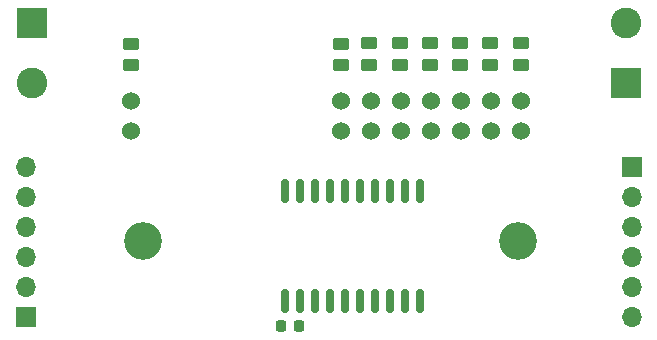
<source format=gts>
%TF.GenerationSoftware,KiCad,Pcbnew,(6.0.4-0)*%
%TF.CreationDate,2022-03-28T18:44:13+01:00*%
%TF.ProjectId,SevenSegmentModule,53657665-6e53-4656-976d-656e744d6f64,rev?*%
%TF.SameCoordinates,Original*%
%TF.FileFunction,Soldermask,Top*%
%TF.FilePolarity,Negative*%
%FSLAX46Y46*%
G04 Gerber Fmt 4.6, Leading zero omitted, Abs format (unit mm)*
G04 Created by KiCad (PCBNEW (6.0.4-0)) date 2022-03-28 18:44:13*
%MOMM*%
%LPD*%
G01*
G04 APERTURE LIST*
G04 Aperture macros list*
%AMRoundRect*
0 Rectangle with rounded corners*
0 $1 Rounding radius*
0 $2 $3 $4 $5 $6 $7 $8 $9 X,Y pos of 4 corners*
0 Add a 4 corners polygon primitive as box body*
4,1,4,$2,$3,$4,$5,$6,$7,$8,$9,$2,$3,0*
0 Add four circle primitives for the rounded corners*
1,1,$1+$1,$2,$3*
1,1,$1+$1,$4,$5*
1,1,$1+$1,$6,$7*
1,1,$1+$1,$8,$9*
0 Add four rect primitives between the rounded corners*
20,1,$1+$1,$2,$3,$4,$5,0*
20,1,$1+$1,$4,$5,$6,$7,0*
20,1,$1+$1,$6,$7,$8,$9,0*
20,1,$1+$1,$8,$9,$2,$3,0*%
G04 Aperture macros list end*
%ADD10R,1.700000X1.700000*%
%ADD11O,1.700000X1.700000*%
%ADD12C,1.524000*%
%ADD13RoundRect,0.250000X0.450000X-0.262500X0.450000X0.262500X-0.450000X0.262500X-0.450000X-0.262500X0*%
%ADD14R,2.600000X2.600000*%
%ADD15C,2.600000*%
%ADD16RoundRect,0.225000X0.225000X0.250000X-0.225000X0.250000X-0.225000X-0.250000X0.225000X-0.250000X0*%
%ADD17C,3.200000*%
%ADD18RoundRect,0.150000X0.150000X-0.875000X0.150000X0.875000X-0.150000X0.875000X-0.150000X-0.875000X0*%
G04 APERTURE END LIST*
D10*
%TO.C,J4*%
X139192000Y-99568000D03*
D11*
X139192000Y-97028000D03*
X139192000Y-94488000D03*
X139192000Y-91948000D03*
X139192000Y-89408000D03*
X139192000Y-86868000D03*
%TD*%
D10*
%TO.C,J1*%
X190500000Y-86868000D03*
D11*
X190500000Y-89408000D03*
X190500000Y-91948000D03*
X190500000Y-94488000D03*
X190500000Y-97028000D03*
X190500000Y-99568000D03*
%TD*%
D12*
%TO.C,U2*%
X148082000Y-83820000D03*
X148082000Y-81280000D03*
X181102000Y-83820000D03*
X181102000Y-81280000D03*
X178562000Y-83820000D03*
X178562000Y-81280000D03*
X176022000Y-83820000D03*
X176022000Y-81280000D03*
X173482000Y-83820000D03*
X173482000Y-81280000D03*
X170942000Y-83820000D03*
X170942000Y-81280000D03*
X168402000Y-83820000D03*
X168402000Y-81280000D03*
X165862000Y-83820000D03*
X165862000Y-81280000D03*
%TD*%
D13*
%TO.C,R7*%
X168296170Y-78194000D03*
X168296170Y-76369000D03*
%TD*%
D14*
%TO.C,J5*%
X139700000Y-74676000D03*
D15*
X139700000Y-79756000D03*
%TD*%
D13*
%TO.C,R6*%
X170857336Y-78194000D03*
X170857336Y-76369000D03*
%TD*%
D16*
%TO.C,C1*%
X162332000Y-100330000D03*
X160782000Y-100330000D03*
%TD*%
D17*
%TO.C,H2*%
X149098000Y-93091000D03*
%TD*%
D13*
%TO.C,R4*%
X175979668Y-78194000D03*
X175979668Y-76369000D03*
%TD*%
%TO.C,R2*%
X181102000Y-78194000D03*
X181102000Y-76369000D03*
%TD*%
D17*
%TO.C,H1*%
X180848000Y-93091000D03*
%TD*%
D13*
%TO.C,R1*%
X148082000Y-78232000D03*
X148082000Y-76407000D03*
%TD*%
D14*
%TO.C,J2*%
X189992000Y-79756000D03*
D15*
X189992000Y-74676000D03*
%TD*%
D13*
%TO.C,R8*%
X165862000Y-76407000D03*
X165862000Y-78232000D03*
%TD*%
%TO.C,R3*%
X178540834Y-78194000D03*
X178540834Y-76369000D03*
%TD*%
%TO.C,R5*%
X173418502Y-78194000D03*
X173418502Y-76369000D03*
%TD*%
D18*
%TO.C,TPIC6595*%
X161163000Y-98171000D03*
X162433000Y-98171000D03*
X163703000Y-98171000D03*
X164973000Y-98171000D03*
X166243000Y-98171000D03*
X167513000Y-98171000D03*
X168783000Y-98171000D03*
X170053000Y-98171000D03*
X171323000Y-98171000D03*
X172593000Y-98171000D03*
X172593000Y-88871000D03*
X171323000Y-88871000D03*
X170053000Y-88871000D03*
X168783000Y-88871000D03*
X167513000Y-88871000D03*
X166243000Y-88871000D03*
X164973000Y-88871000D03*
X163703000Y-88871000D03*
X162433000Y-88871000D03*
X161163000Y-88871000D03*
%TD*%
M02*

</source>
